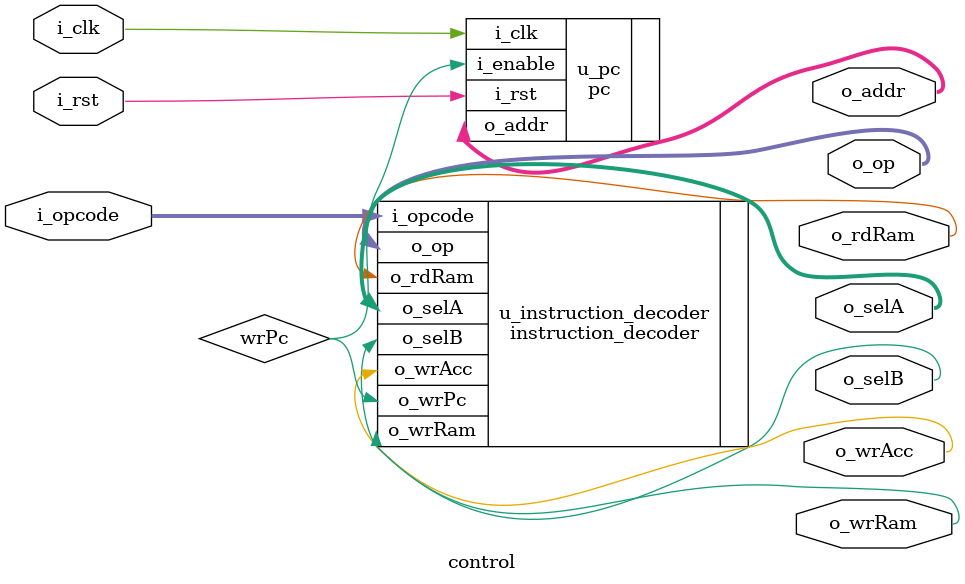
<source format=v>
`timescale 1ns / 1ps


module control
#(
    parameter NB_OPCODE = 5,
    parameter NB_ADDR = 11,
    parameter NB_DECODER_SEL_A = 2
)
(
    input i_clk,
    input i_rst,
    input [NB_OPCODE-1:0] i_opcode,
    output [NB_ADDR-1:0] o_addr,
    output [NB_DECODER_SEL_A-1:0] o_selA,
    output o_selB,
    output o_wrAcc,
    output [NB_OPCODE-1:0] o_op,
    output o_wrRam,
    output o_rdRam
);

wire wrPc;

    pc
#(
    .NB_PC(NB_ADDR)
)
    u_pc
(
    .i_clk(i_clk),
    .i_rst(i_rst),
    .i_enable(wrPc),
    .o_addr(o_addr)
);

    instruction_decoder
#(
    .NB_OPCODE(NB_OPCODE),
    .NB_DECODER_SEL_A(NB_DECODER_SEL_A)
)
    u_instruction_decoder
(
    .i_opcode(i_opcode),
    .o_wrPc(wrPc),
    .o_selA(o_selA),
    .o_selB(o_selB),
    .o_wrAcc(o_wrAcc),
    .o_op(o_op),
    .o_wrRam(o_wrRam),
    .o_rdRam(o_rdRam)
);
endmodule

</source>
